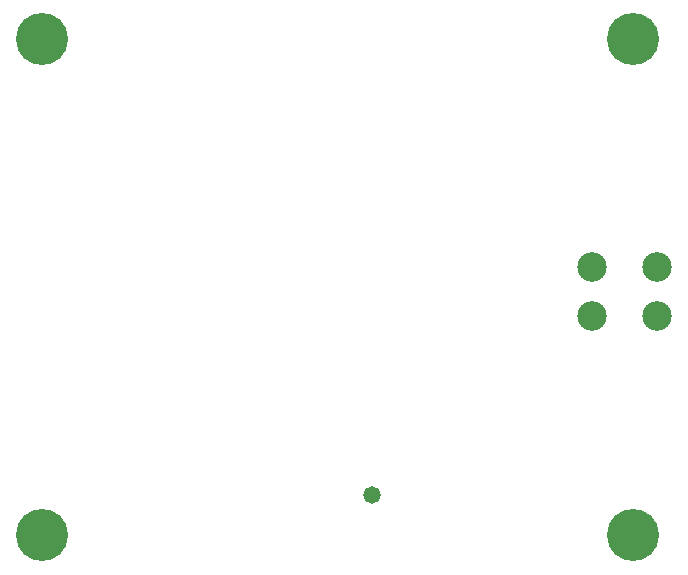
<source format=gbs>
G04*
G04 #@! TF.GenerationSoftware,Altium Limited,Altium Designer,22.1.2 (22)*
G04*
G04 Layer_Color=16711935*
%FSLAX25Y25*%
%MOIN*%
G70*
G04*
G04 #@! TF.SameCoordinates,94212916-5215-4C0A-BD21-050921E15A7C*
G04*
G04*
G04 #@! TF.FilePolarity,Negative*
G04*
G01*
G75*
%ADD16C,0.17335*%
%ADD17C,0.09855*%
%ADD18C,0.05800*%
D16*
X19685Y185039D02*
D03*
X216535D02*
D03*
Y19685D02*
D03*
X19685D02*
D03*
D17*
X202756Y92717D02*
D03*
Y109252D02*
D03*
X224409D02*
D03*
Y92717D02*
D03*
D18*
X129528Y33071D02*
D03*
M02*

</source>
